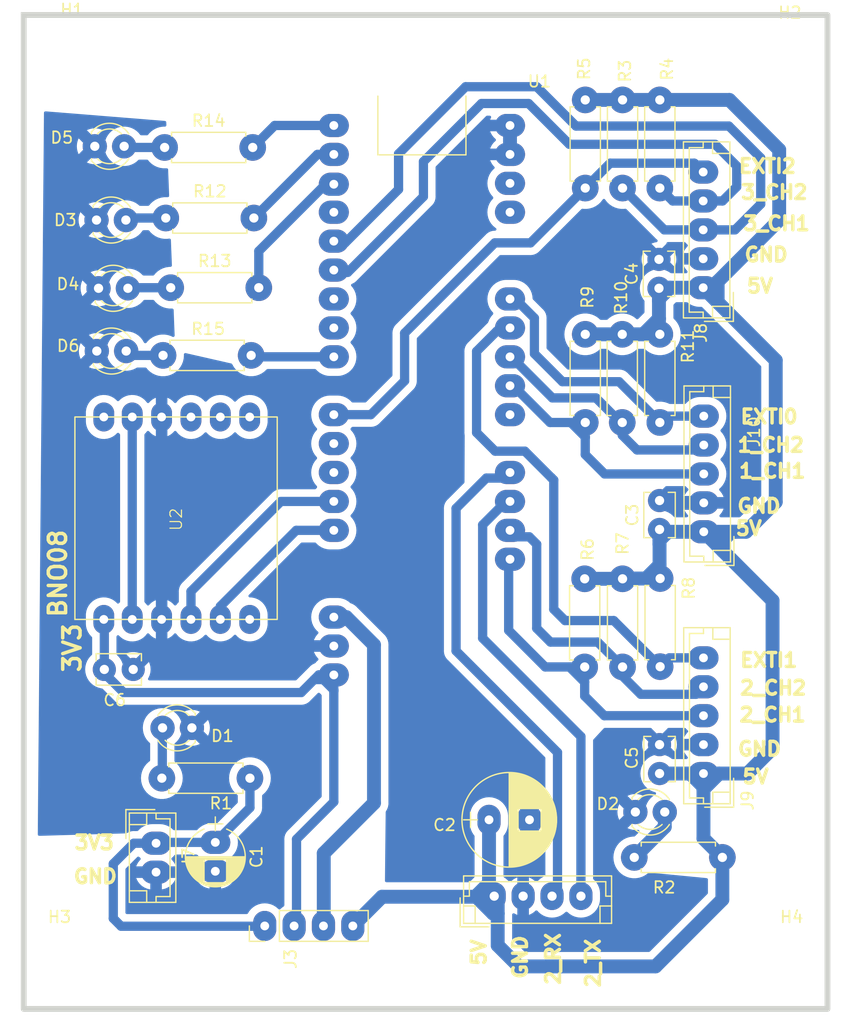
<source format=kicad_pcb>
(kicad_pcb (version 20221018) (generator pcbnew)
  (layers (0 "F.Cu" signal) (31 "B.Cu" signal) (34 "B.Paste" user) (35 "F.Paste" user) (36 "B.SilkS" user "B.Silkscreen") (37 "F.SilkS" user "F.Silkscreen") (38 "B.Mask" user) (39 "F.Mask" user) (44 "Edge.Cuts" user))
  (net 0 "")
  (net 13 "GND")
  (net 14 "/VIN5")
  (net 15 "/VIN3")
  (net 16 "/UART2_TX")
  (net 17 "/UART2_RX")
  (net 18 "/UART1_TX")
  (net 19 "/UART1_RX")
  (net 20 "/TM3_CH1")
  (net 21 "/TM1_CH1")
  (net 22 "/TIM_CH2")
  (net 23 "/TIM2_CH2")
  (net 24 "/TIM2_CH1")
  (net 25 "/TIM1_CH2")
  (net 26 "/LED_4")
  (net 27 "/LED_3")
  (net 28 "/LED_2")
  (net 29 "/LED_1")
  (net 30 "/L")
  (net 31 "/EXTI2")
  (net 32 "/EXTI1")
  (net 33 "/EXTI0")
  (net 34 "/E")
  (net 35 "/4")
  (net 36 "/3V3")
  (net 37 "/3")
  (net 38 "/2")
  (net 39 "/1")
  (net 40 "+5V")
  (net 41 "/3V0")
  (footprint "MountingHole:MountingHole_3.2mm_M3" (layer "F.Cu") (at 104.85 64.15)
    (fp_text reference "H1")
    (fp_text value "MountingHole")
  )
  (footprint "Connector_JST:JST_EH_B2B-EH-A_1x02_P2.50mm_Vertical" (layer "F.Cu") (at 112.125 132 -90)
    (fp_text reference "J7")
    (fp_text value "Conn_01x02_Pin")
  )
  (footprint "MY_LIB:Resistor_small" (layer "F.Cu") (at 155.7 88.005 -90)
    (fp_text reference "R11")
    (fp_text value "R")
  )
  (footprint "MY_LIB:Resistor_small" (layer "F.Cu") (at 149.2 109.14 -90)
    (fp_text reference "R6")
    (fp_text value "R")
  )
  (footprint "Connector_JST:JST_EH_B5B-EH-A_1x05_P2.50mm_Vertical" (layer "F.Cu") (at 159.45 83.975 90)
    (fp_text reference "J8")
    (fp_text value "Conn_01x05_Pin")
  )
  (footprint "MY_LIB:Capacitor_10uF" (layer "F.Cu") (at 117.25 131.925 -90)
    (fp_text reference "C1")
    (fp_text value "C")
  )
  (footprint "MY_LIB:Capacitor_Disc_Small" (layer "F.Cu") (at 107.65 116.975)
    (fp_text reference "C6")
    (fp_text value "C")
  )
  (footprint "Connector_JST:JST_EH_B5B-EH-A_1x05_P2.50mm_Vertical" (layer "F.Cu") (at 159.475 125.975 90)
    (fp_text reference "J9")
    (fp_text value "Conn_01x05_Pin")
  )
  (footprint "bno08:bno08" (layer "F.Cu") (at 101.365 104.07 90)
    (fp_text reference "U2")
    (fp_text value "~")
  )
  (footprint "MY_LIB:Capacitor_Disc_Small" (layer "F.Cu") (at 155.675 125.975 90)
    (fp_text reference "C5")
    (fp_text value "C")
  )
  (footprint "MY_LIB:LED_D3.0mm" (layer "F.Cu") (at 106.825 71.75)
    (fp_text reference "D5")
    (fp_text value "LED")
  )
  (footprint "MY_LIB:Resistor_small" (layer "F.Cu") (at 149.25 88.005 -90)
    (fp_text reference "R9")
    (fp_text value "R")
  )
  (footprint "MY_LIB:Resistor_small" (layer "F.Cu") (at 113.39 83.975)
    (fp_text reference "R13")
    (fp_text value "R")
  )
  (footprint "MountingHole:MountingHole_3.2mm_M3" (layer "F.Cu") (at 166.95 64.4)
    (fp_text reference "H2")
    (fp_text value "MountingHole")
  )
  (footprint "MY_LIB:Resistor_small" (layer "F.Cu") (at 112.865 71.85)
    (fp_text reference "R14")
    (fp_text value "R")
  )
  (footprint "MY_LIB:LED_D3.0mm" (layer "F.Cu") (at 107 89.45)
    (fp_text reference "D6")
    (fp_text value "LED")
  )
  (footprint "MY_LIB:Resistor_small" (layer "F.Cu") (at 153.49 133.225)
    (fp_text reference "R2")
    (fp_text value "R")
  )
  (footprint "MY_LIB:Resistor_small" (layer "F.Cu") (at 152.475 109.14 -90)
    (fp_text reference "R7")
    (fp_text value "R")
  )
  (footprint "MY_LIB:Resistor_small" (layer "F.Cu") (at 149.25 67.74 -90)
    (fp_text reference "R5")
    (fp_text value "R")
  )
  (footprint "MY_LIB:Resistor_small" (layer "F.Cu") (at 155.7 67.74 -90)
    (fp_text reference "R4")
    (fp_text value "R")
  )
  (footprint "MY_LIB:Resistor_small" (layer "F.Cu") (at 112.625 126.375)
    (fp_text reference "R1")
    (fp_text value "R")
  )
  (footprint "MY_LIB:Resistor_small" (layer "F.Cu") (at 152.475 67.74 -90)
    (fp_text reference "R3")
    (fp_text value "R")
  )
  (footprint "MY_LIB:Resistor_small" (layer "F.Cu") (at 112.965 77.95)
    (fp_text reference "R12")
    (fp_text value "R")
  )
  (footprint "MountingHole:MountingHole_3.2mm_M3" (layer "F.Cu") (at 167.1 142.575)
    (fp_text reference "H4")
    (fp_text value "MountingHole")
  )
  (footprint "MY_LIB:STM32_BLUEPLL_MOD" (layer "F.Cu") (at 127.5 69.95)
    (fp_text reference "U1")
    (fp_text value "BluePill")
  )
  (footprint "MY_LIB:LED_D3.0mm" (layer "F.Cu") (at 153.585 129.3)
    (fp_text reference "D2")
    (fp_text value "LED")
  )
  (footprint "MY_LIB:Resistor_small" (layer "F.Cu") (at 155.725 109.115 -90)
    (fp_text reference "R8")
    (fp_text value "R")
  )
  (footprint "MountingHole:MountingHole_3.2mm_M3" (layer "F.Cu") (at 103.775 142.575)
    (fp_text reference "H3")
    (fp_text value "MountingHole")
  )
  (footprint "Connector_PinHeader_2.54mm:PinHeader_1x04_P2.54mm_Vertical" (layer "F.Cu") (at 121.525 139.15 90)
    (fp_text reference "J3")
    (fp_text value "Conn_01x04_Pin")
  )
  (footprint "Connector_JST:JST_EH_B5B-EH-A_1x05_P2.50mm_Vertical" (layer "F.Cu") (at 159.5 105.075 90)
    (fp_text reference "J10")
    (fp_text value "Conn_01x05_Pin")
  )
  (footprint "MY_LIB:jst_4" (layer "F.Cu") (at 141.375 136.575)
    (fp_text reference "J6" hide)
    (fp_text value "Conn_01x04_Pin")
  )
  (footprint "MY_LIB:LED_D3.0mm" (layer "F.Cu") (at 106.975 78.125)
    (fp_text reference "D3")
    (fp_text value "LED")
  )
  (footprint "MY_LIB:Resistor_small" (layer "F.Cu") (at 152.45 88.005 -90)
    (fp_text reference "R10")
    (fp_text value "R")
  )
  (footprint "MY_LIB:LED_D3.0mm" (layer "F.Cu") (at 107.15 84.025)
    (fp_text reference "D4")
    (fp_text value "LED")
  )
  (footprint "MY_LIB:Capacitor_Disc_Small" (layer "F.Cu") (at 155.625 84.025 90)
    (fp_text reference "C4")
    (fp_text value "C")
  )
  (footprint "MY_LIB:Resistor_small" (layer "F.Cu") (at 112.73 89.825)
    (fp_text reference "R15")
    (fp_text value "R")
  )
  (footprint "MY_LIB:Capacitor_Disc_Small" (layer "F.Cu") (at 155.675 104.875 90)
    (fp_text reference "C3")
    (fp_text value "C")
  )
  (footprint "MY_LIB:Capacitor_100uF" (layer "F.Cu") (at 140.925 129.975)
    (fp_text reference "C2")
    (fp_text value "C")
  )
  (footprint "MY_LIB:LED_D3.0mm" (layer "F.Cu") (at 115.225 122.025 180)
    (fp_text reference "D1")
    (fp_text value "LED")
  )
  (gr_rect (start 100.675 60.4) (end 170.2 146.325) (stroke (width 0.5)) (fill none) (layer "Edge.Cuts"))
  (gr_text "5V" (at 162.7 126.95) (layer "F.SilkS") (effects (font (size 1.2 1.2) (thickness 0.3) bold) (justify left bottom)))
  (gr_text "BNO08" (at 104.5 112.625 90) (layer "F.SilkS") (effects (font (size 1.5 1.5) (thickness 0.3) bold) (justify left bottom)))
  (gr_text "GND" (at 162.3 124.55) (layer "F.SilkS") (effects (font (size 1.2 1.2) (thickness 0.3) bold) (justify left bottom)))
  (gr_text "GND" (at 162.25 103.55) (layer "F.SilkS") (effects (font (size 1.2 1.2) (thickness 0.3) bold) (justify left bottom)))
  (gr_text "1_CH1" (at 162.4 100.525) (layer "F.SilkS") (effects (font (size 1.2 1.2) (thickness 0.3) bold) (justify left bottom)))
  (gr_text "EXTI0" (at 162.525 95.825) (layer "F.SilkS") (effects (font (size 1.2 1.2) (thickness 0.3) bold) (justify left bottom)))
  (gr_text "5V" (at 140.75 142.725 90) (layer "F.SilkS") (effects (font (size 1.2 1.2) (thickness 0.3) bold) (justify left bottom)))
  (gr_text "5V" (at 163.075 84.525) (layer "F.SilkS") (effects (font (size 1.2 1.2) (thickness 0.3) bold) (justify left bottom)))
  (gr_text "3V3" (at 105.75 117.375 90) (layer "F.SilkS") (effects (font (size 1.5 1.5) (thickness 0.3) bold) (justify left bottom)))
  (gr_text "GND" (at 104.85 135.575) (layer "F.SilkS") (effects (font (size 1.2 1.2) (thickness 0.3) bold) (justify left bottom)))
  (gr_text "GND" (at 162.875 81.825) (layer "F.SilkS") (effects (font (size 1.2 1.2) (thickness 0.3) bold) (justify left bottom)))
  (gr_text "2_CH2\n" (at 162.475 119.275) (layer "F.SilkS") (effects (font (size 1.2 1.2) (thickness 0.3) bold) (justify left bottom)))
  (gr_text "1_CH2" (at 162.275 98.275) (layer "F.SilkS") (effects (font (size 1.2 1.2) (thickness 0.3) bold) (justify left bottom)))
  (gr_text "3_CH2" (at 162.575 76.425) (layer "F.SilkS") (effects (font (size 1.2 1.2) (thickness 0.3) bold) (justify left bottom)))
  (gr_text "3V3" (at 104.925 132.65) (layer "F.SilkS") (effects (font (size 1.2 1.2) (thickness 0.3) bold) (justify left bottom)))
  (gr_text "2_RX" (at 147.175 144.4 90) (layer "F.SilkS") (effects (font (size 1.2 1.2) (thickness 0.3) bold) (justify left bottom)))
  (gr_text "EXTI2" (at 162.375 74.175) (layer "F.SilkS") (effects (font (size 1.2 1.2) (thickness 0.3) bold) (justify left bottom)))
  (gr_text "GND" (at 144.325 143.875 90) (layer "F.SilkS") (effects (font (size 1.2 1.2) (thickness 0.3) bold) (justify left bottom)))
  (gr_text "2_TX" (at 150.625 144.625 90) (layer "F.SilkS") (effects (font (size 1.2 1.2) (thickness 0.3) bold) (justify left bottom)))
  (gr_text "3_CH1" (at 162.775 79.125) (layer "F.SilkS") (effects (font (size 1.2 1.2) (thickness 0.3) bold) (justify left bottom)))
  (gr_text "EXTI1" (at 162.5 116.875) (layer "F.SilkS") (effects (font (size 1.2 1.2) (thickness 0.3) bold) (justify left bottom)))
  (gr_text "5V" (at 162.11 105.485) (layer "F.SilkS") (effects (font (size 1.2 1.2) (thickness 0.3) bold) (justify left bottom)))
  (gr_text "2_CH1" (at 162.425 121.6) (layer "F.SilkS") (effects (font (size 1.2 1.2) (thickness 0.3) bold) (justify left bottom)))
  (segment (start 157.325 102.575) (end 156.975 102.225) (width 1.2) (layer "B.Cu") (net 13))
  (segment (start 155.825 102.225) (end 155.675 102.375) (width 1.2) (layer "B.Cu") (net 13))
  (segment (start 159.5 102.575) (end 157.325 102.575) (width 1.2) (layer "B.Cu") (net 13))
  (segment (start 142.74 69.95) (end 142.74 72.49) (width 1.2) (layer "B.Cu") (net 13))
  (segment (start 156.975 102.225) (end 155.825 102.225) (width 1.2) (layer "B.Cu") (net 13))
  (segment (start 130.975 128.525) (end 130.975 114.85) (width 1.2) (layer "B.Cu") (net 14))
  (segment (start 128.575 112.45) (end 127.5 112.45) (width 1.2) (layer "B.Cu") (net 14))
  (segment (start 126.63 132.87) (end 130.975 128.525) (width 1.2) (layer "B.Cu") (net 14))
  (segment (start 130.975 114.85) (end 128.575 112.45) (width 1.2) (layer "B.Cu") (net 14))
  (segment (start 126.63 139.125) (end 126.63 132.87) (width 1.2) (layer "B.Cu") (net 14))
  (segment (start 126.605 139.15) (end 126.63 139.125) (width 1.2) (layer "B.Cu") (net 14))
  (segment (start 124.675 118.975) (end 109.321572 118.975) (width 0.8) (layer "B.Cu") (net 15))
  (segment (start 125.8 117.85) (end 126.6 117.85) (width 0.8) (layer "B.Cu") (net 15))
  (segment (start 126.2 117.45) (end 125.8 117.85) (width 0.8) (layer "B.Cu") (net 15))
  (segment (start 126.2 117.45) (end 126.6875 117.9375) (width 0.8) (layer "B.Cu") (net 15))
  (segment (start 124.275 131.65) (end 127.5 128.425) (width 0.8) (layer "B.Cu") (net 15))
  (segment (start 107.65 116.975) (end 107.65 112.695) (width 0.8) (layer "B.Cu") (net 15))
  (segment (start 127.5 118.85) (end 127.5 117.45) (width 0.8) (layer "B.Cu") (net 15))
  (segment (start 127.5 118.75) (end 127.5 118.85) (width 0.8) (layer "B.Cu") (net 15))
  (segment (start 124.065 139.15) (end 124.275 138.94) (width 0.8) (layer "B.Cu") (net 15))
  (segment (start 107.65 112.695) (end 107.605 112.65) (width 0.8) (layer "B.Cu") (net 15))
  (segment (start 125.8 117.85) (end 124.675 118.975) (width 0.8) (layer "B.Cu") (net 15))
  (segment (start 107.65 117.303428) (end 107.65 116.975) (width 0.8) (layer "B.Cu") (net 15))
  (segment (start 124.275 138.94) (end 124.275 131.65) (width 0.8) (layer "B.Cu") (net 15))
  (segment (start 109.321572 118.975) (end 107.65 117.303428) (width 0.8) (layer "B.Cu") (net 15))
  (segment (start 126.6875 117.9375) (end 127.5 118.75) (width 0.8) (layer "B.Cu") (net 15))
  (segment (start 126.6 117.85) (end 126.6875 117.9375) (width 0.8) (layer "B.Cu") (net 15))
  (segment (start 127.5 117.45) (end 126.2 117.45) (width 0.8) (layer "B.Cu") (net 15))
  (segment (start 127.5 128.425) (end 127.5 118.85) (width 0.8) (layer "B.Cu") (net 15))
  (segment (start 148.875 122.775) (end 148.875 136.575) (width 0.8) (layer "B.Cu") (net 16))
  (segment (start 142.74 102.97) (end 141.88 102.97) (width 0.8) (layer "B.Cu") (net 16))
  (segment (start 141.88 102.97) (end 140.375 104.475) (width 0.8) (layer "B.Cu") (net 16))
  (segment (start 140.375 104.475) (end 140.375 114.275) (width 0.8) (layer "B.Cu") (net 16))
  (segment (start 140.375 114.275) (end 148.875 122.775) (width 0.8) (layer "B.Cu") (net 16))
  (segment (start 138.075 103.05) (end 138.075 115.375) (width 0.8) (layer "B.Cu") (net 17))
  (segment (start 146.85 136.1) (end 146.375 136.575) (width 0.8) (layer "B.Cu") (net 17))
  (segment (start 146.85 124.15) (end 146.85 136.1) (width 0.8) (layer "B.Cu") (net 17))
  (segment (start 142.74 100.43) (end 140.695 100.43) (width 0.8) (layer "B.Cu") (net 17))
  (segment (start 140.695 100.43) (end 138.075 103.05) (width 0.8) (layer "B.Cu") (net 17))
  (segment (start 138.075 115.375) (end 146.85 124.15) (width 0.8) (layer "B.Cu") (net 17))
  (segment (start 127.81 102.97) (end 127.5 102.97) (width 0.8) (layer "B.Cu") (net 18))
  (segment (start 127.715 102.97) (end 127.5 102.97) (width 0.8) (layer "B.Cu") (net 18))
  (segment (start 128.09 102.97) (end 127.5 102.97) (width 0.8) (layer "B.Cu") (net 18))
  (segment (start 127.605 102.8) (end 127.5 102.905) (width 0.8) (layer "B.Cu") (net 18))
  (segment (start 127.955 102.825) (end 127.81 102.97) (width 0.8) (layer "B.Cu") (net 18))
  (segment (start 127.88 102.805) (end 127.715 102.97) (width 0.8) (layer "B.Cu") (net 18))
  (segment (start 127.5 102.905) (end 127.5 102.97) (width 0.8) (layer "B.Cu") (net 18))
  (segment (start 122.925 102.45) (end 115.145 110.23) (width 0.8) (layer "B.Cu") (net 18))
  (segment (start 115.145 110.23) (end 115.145 112.65) (width 0.8) (layer "B.Cu") (net 18))
  (segment (start 128.23 102.83) (end 128.09 102.97) (width 0.8) (layer "B.Cu") (net 18))
  (segment (start 127.5 102.45) (end 122.925 102.45) (width 0.8) (layer "B.Cu") (net 18))
  (segment (start 127.33 102.8) (end 127.5 102.97) (width 0.8) (layer "B.Cu") (net 18))
  (segment (start 127.73 105.51) (end 127.5 105.51) (width 0.8) (layer "B.Cu") (net 19))
  (segment (start 127.5 104.95) (end 124.25 104.95) (width 0.8) (layer "B.Cu") (net 19))
  (segment (start 127.915 105.325) (end 127.73 105.51) (width 0.8) (layer "B.Cu") (net 19))
  (segment (start 117.685 111.515) (end 117.685 112.65) (width 0.8) (layer "B.Cu") (net 19))
  (segment (start 124.25 104.95) (end 117.685 111.515) (width 0.8) (layer "B.Cu") (net 19))
  (segment (start 127.5 105.365) (end 127.5 105.51) (width 0.8) (layer "B.Cu") (net 19))
  (segment (start 127.29 105.3) (end 127.5 105.51) (width 0.8) (layer "B.Cu") (net 19))
  (segment (start 128.19 105.33) (end 128.01 105.51) (width 0.8) (layer "B.Cu") (net 19))
  (segment (start 127.565 105.3) (end 127.5 105.365) (width 0.8) (layer "B.Cu") (net 19))
  (segment (start 128.01 105.51) (end 127.5 105.51) (width 0.8) (layer "B.Cu") (net 19))
  (segment (start 127.84 105.305) (end 127.635 105.51) (width 0.8) (layer "B.Cu") (net 19))
  (segment (start 127.635 105.51) (end 127.5 105.51) (width 0.8) (layer "B.Cu") (net 19))
  (segment (start 143.385 92.81) (end 142.74 92.81) (width 0.8) (layer "B.Cu") (net 20))
  (segment (start 149.25 95.625) (end 148 95.625) (width 0.8) (layer "B.Cu") (net 20))
  (segment (start 148 95.625) (end 146.2 95.625) (width 0.8) (layer "B.Cu") (net 20))
  (segment (start 146.2 95.625) (end 143.385 92.81) (width 0.8) (layer "B.Cu") (net 20))
  (segment (start 149.25 96.875) (end 149.25 96.95) (width 0.8) (layer "B.Cu") (net 20))
  (segment (start 149.25 96.95) (end 149.25 95.625) (width 0.8) (layer "B.Cu") (net 20))
  (segment (start 149.25 98.4) (end 149.25 96.95) (width 0.8) (layer "B.Cu") (net 20))
  (segment (start 150.925 100.075) (end 149.25 98.4) (width 0.8) (layer "B.Cu") (net 20))
  (segment (start 159.5 100.075) (end 150.925 100.075) (width 0.8) (layer "B.Cu") (net 20))
  (segment (start 148 95.625) (end 149.25 96.875) (width 0.8) (layer "B.Cu") (net 20))
  (segment (start 127.875 80.11) (end 127.5 80.11) (width 0.8) (layer "B.Cu") (net 21))
  (segment (start 127.97 80.11) (end 127.5 80.11) (width 0.8) (layer "B.Cu") (net 21))
  (segment (start 133.1 72.4) (end 133.1 75.475) (width 0.8) (layer "B.Cu") (net 21))
  (segment (start 128.465 80.11) (end 127.5 80.11) (width 0.8) (layer "B.Cu") (net 21))
  (segment (start 127.685 80.02) (end 127.595 80.11) (width 0.8) (layer "B.Cu") (net 21))
  (segment (start 128.035 80.045) (end 127.97 80.11) (width 0.8) (layer "B.Cu") (net 21))
  (segment (start 145.05 66.6) (end 138.9 66.6) (width 0.8) (layer "B.Cu") (net 21))
  (segment (start 128.25 80.11) (end 127.5 80.11) (width 0.8) (layer "B.Cu") (net 21))
  (segment (start 156.09 78.975) (end 152.475 75.36) (width 0.8) (layer "B.Cu") (net 21))
  (segment (start 128.31 80.05) (end 128.25 80.11) (width 0.8) (layer "B.Cu") (net 21))
  (segment (start 164.425 76.75) (end 164.425 72.75) (width 0.8) (layer "B.Cu") (net 21))
  (segment (start 161.675 70) (end 148.45 70) (width 0.8) (layer "B.Cu") (net 21))
  (segment (start 127.96 80.025) (end 127.875 80.11) (width 0.8) (layer "B.Cu") (net 21))
  (segment (start 159.45 78.975) (end 162.2 78.975) (width 0.8) (layer "B.Cu") (net 21))
  (segment (start 138.9 66.6) (end 133.1 72.4) (width 0.8) (layer "B.Cu") (net 21))
  (segment (start 162.2 78.975) (end 164.425 76.75) (width 0.8) (layer "B.Cu") (net 21))
  (segment (start 127.595 80.11) (end 127.5 80.11) (width 0.8) (layer "B.Cu") (net 21))
  (segment (start 148.45 70) (end 145.05 66.6) (width 0.8) (layer "B.Cu") (net 21))
  (segment (start 164.425 72.75) (end 161.675 70) (width 0.8) (layer "B.Cu") (net 21))
  (segment (start 133.1 75.475) (end 128.465 80.11) (width 0.8) (layer "B.Cu") (net 21))
  (segment (start 159.45 78.975) (end 156.09 78.975) (width 0.8) (layer "B.Cu") (net 21))
  (segment (start 143.17 90.27) (end 142.74 90.27) (width 0.8) (layer "B.Cu") (net 22))
  (segment (start 152.3 95.625) (end 150.175 93.5) (width 0.8) (layer "B.Cu") (net 22))
  (segment (start 150.175 93.5) (end 146.4 93.5) (width 0.8) (layer "B.Cu") (net 22))
  (segment (start 152.45 96.725) (end 152.45 95.625) (width 0.8) (layer "B.Cu") (net 22))
  (segment (start 159.075 98) (end 153.725 98) (width 0.8) (layer "B.Cu") (net 22))
  (segment (start 159.5 97.575) (end 159.075 98) (width 0.8) (layer "B.Cu") (net 22))
  (segment (start 153.725 98) (end 152.45 96.725) (width 0.8) (layer "B.Cu") (net 22))
  (segment (start 152.45 95.625) (end 152.3 95.625) (width 0.8) (layer "B.Cu") (net 22))
  (segment (start 146.4 93.5) (end 143.17 90.27) (width 0.8) (layer "B.Cu") (net 22))
  (segment (start 152.475 117.55) (end 152.475 116.76) (width 0.8) (layer "B.Cu") (net 23))
  (segment (start 159.475 118.475) (end 158.825 119.125) (width 0.8) (layer "B.Cu") (net 23))
  (segment (start 145.05 106.15) (end 144.41 105.51) (width 0.8) (layer "B.Cu") (net 23))
  (segment (start 158.825 119.125) (end 154.05 119.125) (width 0.8) (layer "B.Cu") (net 23))
  (segment (start 146.239898 114.61) (end 145.05 113.420102) (width 0.8) (layer "B.Cu") (net 23))
  (segment (start 145.05 113.420102) (end 145.05 106.15) (width 0.8) (layer "B.Cu") (net 23))
  (segment (start 144.41 105.51) (end 142.74 105.51) (width 0.8) (layer "B.Cu") (net 23))
  (segment (start 152.475 116.76) (end 150.325 114.61) (width 0.8) (layer "B.Cu") (net 23))
  (segment (start 154.05 119.125) (end 152.475 117.55) (width 0.8) (layer "B.Cu") (net 23))
  (segment (start 150.325 114.61) (end 146.239898 114.61) (width 0.8) (layer "B.Cu") (net 23))
  (segment (start 145.785 116.76) (end 142.625 113.6) (width 0.8) (layer "B.Cu") (net 24))
  (segment (start 147.9 116.76) (end 145.785 116.76) (width 0.8) (layer "B.Cu") (net 24))
  (segment (start 147.9 116.775) (end 149.2 118.075) (width 0.8) (layer "B.Cu") (net 24))
  (segment (start 142.625 113.6) (end 142.625 108.165) (width 0.8) (layer "B.Cu") (net 24))
  (segment (start 149.2 119.275) (end 149.2 118.075) (width 0.8) (layer "B.Cu") (net 24))
  (segment (start 149.2 116.76) (end 147.9 116.76) (width 0.8) (layer "B.Cu") (net 24))
  (segment (start 147.9 116.76) (end 147.9 116.775) (width 0.8) (layer "B.Cu") (net 24))
  (segment (start 149.2 118.075) (end 149.2 116.76) (width 0.8) (layer "B.Cu") (net 24))
  (segment (start 142.625 108.165) (end 142.74 108.05) (width 0.8) (layer "B.Cu") (net 24))
  (segment (start 150.9 120.975) (end 149.2 119.275) (width 0.8) (layer "B.Cu") (net 24))
  (segment (start 159.475 120.975) (end 150.9 120.975) (width 0.8) (layer "B.Cu") (net 24))
  (segment (start 127.795 82.65) (end 127.5 82.65) (width 0.8) (layer "B.Cu") (net 25))
  (segment (start 156.815 76.475) (end 155.7 75.36) (width 0.8) (layer "B.Cu") (net 25))
  (segment (start 127.92 82.525) (end 127.795 82.65) (width 0.8) (layer "B.Cu") (net 25))
  (segment (start 127.995 82.545) (end 127.89 82.65) (width 0.8) (layer "B.Cu") (net 25))
  (segment (start 162.35 75.25) (end 162.35 73.45) (width 0.8) (layer "B.Cu") (net 25))
  (segment (start 128.27 82.55) (end 128.17 82.65) (width 0.8) (layer "B.Cu") (net 25))
  (segment (start 127.89 82.65) (end 127.5 82.65) (width 0.8) (layer "B.Cu") (net 25))
  (segment (start 162.35 73.45) (end 160.475 71.575) (width 0.8) (layer "B.Cu") (net 25))
  (segment (start 159.45 76.475) (end 156.815 76.475) (width 0.8) (layer "B.Cu") (net 25))
  (segment (start 128.7 82.65) (end 127.5 82.65) (width 0.8) (layer "B.Cu") (net 25))
  (segment (start 127.515 82.65) (end 127.5 82.65) (width 0.8) (layer "B.Cu") (net 25))
  (segment (start 144.35 68.05) (end 140.275 68.05) (width 0.8) (layer "B.Cu") (net 25))
  (segment (start 127.645 82.52) (end 127.515 82.65) (width 0.8) (layer "B.Cu") (net 25))
  (segment (start 160.475 71.575) (end 147.875 71.575) (width 0.8) (layer "B.Cu") (net 25))
  (segment (start 159.45 76.475) (end 161.125 76.475) (width 0.8) (layer "B.Cu") (net 25))
  (segment (start 147.875 71.575) (end 144.35 68.05) (width 0.8) (layer "B.Cu") (net 25))
  (segment (start 135.25 73.075) (end 135.25 76.1) (width 0.8) (layer "B.Cu") (net 25))
  (segment (start 135.25 76.1) (end 128.7 82.65) (width 0.8) (layer "B.Cu") (net 25))
  (segment (start 128.17 82.65) (end 127.5 82.65) (width 0.8) (layer "B.Cu") (net 25))
  (segment (start 161.125 76.475) (end 162.35 75.25) (width 0.8) (layer "B.Cu") (net 25))
  (segment (start 140.275 68.05) (end 135.25 73.075) (width 0.8) (layer "B.Cu") (net 25))
  (segment (start 127.5 89.95) (end 120.475 89.95) (width 0.8) (layer "B.Cu") (net 26))
  (segment (start 120.475 89.95) (end 120.35 89.825) (width 0.8) (layer "B.Cu") (net 26))
  (segment (start 126.085 72.45) (end 120.585 77.95) (width 0.8) (layer "B.Cu") (net 27))
  (segment (start 127.5 72.45) (end 126.085 72.45) (width 0.8) (layer "B.Cu") (net 27))
  (segment (start 127.5 72.49) (end 127.47 72.52) (width 0.8) (layer "B.Cu") (net 27))
  (segment (start 127.5 75.03) (end 126.791573 75.03) (width 0.8) (layer "B.Cu") (net 28))
  (segment (start 127.5 75.03) (end 127.475 75.055) (width 0.8) (layer "B.Cu") (net 28))
  (segment (start 121.01 80.811573) (end 121.01 83.975) (width 0.8) (layer "B.Cu") (net 28))
  (segment (start 126.791573 75.03) (end 121.01 80.811573) (width 0.8) (layer "B.Cu") (net 28))
  (segment (start 127.475 75.055) (end 127.355 75.055) (width 0.8) (layer "B.Cu") (net 28))
  (segment (start 122.385 69.95) (end 120.485 71.85) (width 0.8) (layer "B.Cu") (net 29))
  (segment (start 127.5 69.95) (end 122.385 69.95) (width 0.8) (layer "B.Cu") (net 29))
  (segment (start 112.625 126.375) (end 112.665 126.335) (width 0.8) (layer "B.Cu") (net 30))
  (segment (start 112.665 122.045) (end 112.685 122.025) (width 0.8) (layer "B.Cu") (net 30))
  (segment (start 112.665 126.335) (end 112.665 122.045) (width 0.8) (layer "B.Cu") (net 30))
  (segment (start 159.45 73.975) (end 158.685 73.21) (width 0.8) (layer "B.Cu") (net 31))
  (segment (start 133.625 87.9) (end 133.625 92.025) (width 0.8) (layer "B.Cu") (net 31))
  (segment (start 127.33 95.355) (end 127.495 95.355) (width 0.8) (layer "B.Cu") (net 31))
  (segment (start 151.4 73.21) (end 149.25 75.36) (width 0.8) (layer "B.Cu") (net 31))
  (segment (start 141.425 80.1) (end 133.625 87.9) (width 0.8) (layer "B.Cu") (net 31))
  (segment (start 127.495 95.355) (end 127.5 95.35) (width 0.8) (layer "B.Cu") (net 31))
  (segment (start 149.25 75.36) (end 144.51 80.1) (width 0.8) (layer "B.Cu") (net 31))
  (segment (start 130.7 94.95) (end 127.5 94.95) (width 0.8) (layer "B.Cu") (net 31))
  (segment (start 158.685 73.21) (end 151.4 73.21) (width 0.8) (layer "B.Cu") (net 31))
  (segment (start 133.625 92.025) (end 130.7 94.95) (width 0.8) (layer "B.Cu") (net 31))
  (segment (start 127.68 95.38) (end 127.65 95.35) (width 0.8) (layer "B.Cu") (net 31))
  (segment (start 144.51 80.1) (end 141.425 80.1) (width 0.8) (layer "B.Cu") (net 31))
  (segment (start 127.65 95.35) (end 127.5 95.35) (width 0.8) (layer "B.Cu") (net 31))
  (segment (start 139.85 96.5) (end 139.85 89.475) (width 0.8) (layer "B.Cu") (net 32))
  (segment (start 156.51 115.975) (end 155.725 116.76) (width 0.8) (layer "B.Cu") (net 32))
  (segment (start 151.715 112.75) (end 147.5 112.75) (width 0.8) (layer "B.Cu") (net 32))
  (segment (start 147.5 112.75) (end 146.525 111.775) (width 0.8) (layer "B.Cu") (net 32))
  (segment (start 155.725 116.76) (end 151.715 112.75) (width 0.8) (layer "B.Cu") (net 32))
  (segment (start 141.595 87.73) (end 142.74 87.73) (width 0.8) (layer "B.Cu") (net 32))
  (segment (start 146.325 100.4) (end 146.318427 100.4) (width 0.8) (layer "B.Cu") (net 32))
  (segment (start 146.525 111.775) (end 146.525 100.6) (width 0.8) (layer "B.Cu") (net 32))
  (segment (start 139.85 89.475) (end 141.595 87.73) (width 0.8) (layer "B.Cu") (net 32))
  (segment (start 146.525 100.6) (end 146.325 100.4) (width 0.8) (layer "B.Cu") (net 32))
  (segment (start 159.475 115.975) (end 156.51 115.975) (width 0.8) (layer "B.Cu") (net 32))
  (segment (start 144.024213 98.105786) (end 141.455786 98.105786) (width 0.8) (layer "B.Cu") (net 32))
  (segment (start 141.455786 98.105786) (end 139.85 96.5) (width 0.8) (layer "B.Cu") (net 32))
  (segment (start 146.318427 100.4) (end 144.024213 98.105786) (width 0.8) (layer "B.Cu") (net 32))
  (segment (start 143.44 85.19) (end 144.85 86.6) (width 0.8) (layer "B.Cu") (net 33))
  (segment (start 144.85 89.675) (end 147.275 92.1) (width 0.8) (layer "B.Cu") (net 33))
  (segment (start 156.25 95.075) (end 155.7 95.625) (width 0.8) (layer "B.Cu") (net 33))
  (segment (start 152.175 92.1) (end 155.7 95.625) (width 0.8) (layer "B.Cu") (net 33))
  (segment (start 144.85 86.6) (end 144.85 89.675) (width 0.8) (layer "B.Cu") (net 33))
  (segment (start 147.275 92.1) (end 152.175 92.1) (width 0.8) (layer "B.Cu") (net 33))
  (segment (start 142.74 85.19) (end 143.44 85.19) (width 0.8) (layer "B.Cu") (net 33))
  (segment (start 159.5 95.075) (end 156.25 95.075) (width 0.8) (layer "B.Cu") (net 33))
  (segment (start 153.49 133.225) (end 156.125 130.59) (width 1.2) (layer "B.Cu") (net 34))
  (segment (start 156.125 130.59) (end 156.125 129.3) (width 1.2) (layer "B.Cu") (net 34))
  (segment (start 112.73 89.825) (end 109.915 89.825) (width 0.8) (layer "B.Cu") (net 35))
  (segment (start 109.915 89.825) (end 109.54 89.45) (width 0.8) (layer "B.Cu") (net 35))
  (segment (start 120.245 128.93) (end 120.245 126.375) (width 0.8) (layer "B.Cu") (net 36))
  (segment (start 117.25 131.925) (end 120.245 128.93) (width 0.8) (layer "B.Cu") (net 36))
  (segment (start 110.2 132) (end 108.425 133.775) (width 0.8) (layer "B.Cu") (net 36))
  (segment (start 108.425 133.775) (end 108.425 138.5) (width 0.8) (layer "B.Cu") (net 36))
  (segment (start 109.1 139.175) (end 121.5 139.175) (width 0.8) (layer "B.Cu") (net 36))
  (segment (start 112.125 132) (end 112.2 131.925) (width 0.8) (layer "B.Cu") (net 36))
  (segment (start 108.425 138.5) (end 109.1 139.175) (width 0.8) (layer "B.Cu") (net 36))
  (segment (start 112.125 132) (end 110.2 132) (width 0.8) (layer "B.Cu") (net 36))
  (segment (start 112.2 131.925) (end 117.25 131.925) (width 0.8) (layer "B.Cu") (net 36))
  (segment (start 121.5 139.175) (end 121.525 139.15) (width 0.8) (layer "B.Cu") (net 36))
  (segment (start 112.965 77.95) (end 109.69 77.95) (width 0.8) (layer "B.Cu") (net 37))
  (segment (start 109.69 77.95) (end 109.515 78.125) (width 0.8) (layer "B.Cu") (net 37))
  (segment (start 109.74 83.975) (end 109.69 84.025) (width 0.8) (layer "B.Cu") (net 38))
  (segment (start 113.39 83.975) (end 109.74 83.975) (width 0.8) (layer "B.Cu") (net 38))
  (segment (start 109.465 71.85) (end 109.365 71.75) (width 0.8) (layer "B.Cu") (net 39))
  (segment (start 112.865 71.85) (end 109.465 71.85) (width 0.8) (layer "B.Cu") (net 39))
  (segment (start 159.45 83.975) (end 156.575 83.975) (width 1.2) (layer "B.Cu") (net 40))
  (segment (start 155.875 105.075) (end 155.675 104.875) (width 1.2) (layer "B.Cu") (net 40))
  (segment (start 160.7 106.275) (end 161.25 105.725) (width 1.2) (layer "B.Cu") (net 40))
  (segment (start 140.925 135.45) (end 140.925 136.125) (width 1.2) (layer "B.Cu") (net 40))
  (segment (start 154.5 109.115) (end 152.5 109.115) (width 1.2) (layer "B.Cu") (net 40))
  (segment (start 139.825 136.55) (end 140.925 135.45) (width 1.2) (layer "B.Cu") (net 40))
  (segment (start 154.51 109.115) (end 155.675 107.95) (width 1.2) (layer "B.Cu") (net 40))
  (segment (start 163.15 105.075) (end 165.725 102.5) (width 1.2) (layer "B.Cu") (net 40))
  (segment (start 160.7375 85.2625) (end 159.45 83.975) (width 1.2) (layer "B.Cu") (net 40))
  (segment (start 161.9 105.075) (end 162.225 105.075) (width 1.2) (layer "B.Cu") (net 40))
  (segment (start 161.11 136.865) (end 161.11 133.225) (width 1.2) (layer "B.Cu") (net 40))
  (segment (start 155.725 109.115) (end 154.5 109.115) (width 1.2) (layer "B.Cu") (net 40))
  (segment (start 161.25 105.725) (end 161.175 105.8) (width 1.2) (layer "B.Cu") (net 40))
  (segment (start 159.475 127.325) (end 159.475 125.975) (width 1.2) (layer "B.Cu") (net 40))
  (segment (start 155.625 85.1) (end 155.625 84.925) (width 1.2) (layer "B.Cu") (net 40))
  (segment (start 152.5 109.115) (end 152.475 109.14) (width 1.2) (layer "B.Cu") (net 40))
  (segment (start 154.45 88.005) (end 152.45 88.005) (width 1.2) (layer "B.Cu") (net 40))
  (segment (start 166.025 72.05) (end 161.715 67.74) (width 1.2) (layer "B.Cu") (net 40))
  (segment (start 141.675 140.825) (end 143.5 142.65) (width 1.2) (layer "B.Cu") (net 40))
  (segment (start 159.475 127.325) (end 159.475 127.125) (width 1.2) (layer "B.Cu") (net 40))
  (segment (start 159.45 83.975) (end 160.175 83.975) (width 1.2) (layer "B.Cu") (net 40))
  (segment (start 160.7 85.225) (end 160.7 83.45) (width 1.2) (layer "B.Cu") (net 40))
  (segment (start 161.175 105.8) (end 161.175 106.75) (width 1.2) (layer "B.Cu") (net 40))
  (segment (start 131.67 136.625) (end 139.825 136.625) (width 1.2) (layer "B.Cu") (net 40))
  (segment (start 159.475 127.325) (end 160.825 125.975) (width 1.2) (layer "B.Cu") (net 40))
  (segment (start 141.675 136.875) (end 141.675 138.075) (width 1.2) (layer "B.Cu") (net 40))
  (segment (start 159.475 127.125) (end 158.325 125.975) (width 1.2) (layer "B.Cu") (net 40))
  (segment (start 158.325 125.975) (end 155.675 125.975) (width 1.2) (layer "B.Cu") (net 40))
  (segment (start 160.7 83.45) (end 166.025 78.125) (width 1.2) (layer "B.Cu") (net 40))
  (segment (start 156.4 105.075) (end 155.875 105.075) (width 1.2) (layer "B.Cu") (net 40))
  (segment (start 154.45 88.005) (end 154.45 87.825) (width 1.2) (layer "B.Cu") (net 40))
  (segment (start 155.675 106.15) (end 155.675 107.95) (width 1.2) (layer "B.Cu") (net 40))
  (segment (start 159.5 105.075) (end 156.4 105.075) (width 1.2) (layer "B.Cu") (net 40))
  (segment (start 152.475 109.14) (end 149.2 109.14) (width 1.2) (layer "B.Cu") (net 40))
  (segment (start 160.875 125.975) (end 163.275 125.975) (width 1.2) (layer "B.Cu") (net 40))
  (segment (start 154.5 109.115) (end 154.51 109.115) (width 1.2) (layer "B.Cu") (net 40))
  (segment (start 155.625 84.025) (end 155.625 85.1) (width 1.2) (layer "B.Cu") (net 40))
  (segment (start 160.7 106.275) (end 159.5 105.075) (width 1.2) (layer "B.Cu") (net 40))
  (segment (start 161.25 105.725) (end 161.9 105.075) (width 1.2) (layer "B.Cu") (net 40))
  (segment (start 165.725 102.5) (end 165.725 90.25) (width 1.2) (layer "B.Cu") (net 40))
  (segment (start 155.625 85.1) (end 155.625 86.65) (width 1.2) (layer "B.Cu") (net 40))
  (segment (start 155.675 107.95) (end 155.675 109.065) (width 1.2) (layer "B.Cu") (net 40))
  (segment (start 165.725 90.25) (end 160.7375 85.2625) (width 1.2) (layer "B.Cu") (net 40))
  (segment (start 160.825 125.975) (end 160.875 125.975) (width 1.2) (layer "B.Cu") (net 40))
  (segment (start 154.45 87.825) (end 155.625 86.65) (width 1.2) (layer "B.Cu") (net 40))
  (segment (start 165.45 123.8) (end 165.45 111.025) (width 1.2) (layer "B.Cu") (net 40))
  (segment (start 156.575 83.975) (end 155.675 83.975) (width 1.2) (layer "B.Cu") (net 40))
  (segment (start 155.675 104.875) (end 155.675 106.15) (width 1.2) (layer "B.Cu") (net 40))
  (segment (start 155.325 142.65) (end 161.11 136.865) (width 1.2) (layer "B.Cu") (net 40))
  (segment (start 159.475 125.975) (end 158.325 125.975) (width 1.2) (layer "B.Cu") (net 40))
  (segment (start 155.625 86.65) (end 155.625 87.93) (width 1.2) (layer "B.Cu") (net 40))
  (segment (start 141.675 138.075) (end 141.675 140.825) (width 1.2) (layer "B.Cu") (net 40))
  (segment (start 159.5 105.075) (end 162.225 105.075) (width 1.2) (layer "B.Cu") (net 40))
  (segment (start 155.675 105.8) (end 156.4 105.075) (width 1.2) (layer "B.Cu") (net 40))
  (segment (start 140.925 136.125) (end 141.675 136.875) (width 1.2) (layer "B.Cu") (net 40))
  (segment (start 155.675 109.065) (end 155.725 109.115) (width 1.2) (layer "B.Cu") (net 40))
  (segment (start 152.475 67.74) (end 149.25 67.74) (width 1.2) (layer "B.Cu") (net 40))
  (segment (start 160.7375 85.2625) (end 160.7 85.225) (width 1.2) (layer "B.Cu") (net 40))
  (segment (start 141.675 138.075) (end 141.275 138.075) (width 1.2) (layer "B.Cu") (net 40))
  (segment (start 159.475 131.59) (end 159.475 127.325) (width 1.2) (layer "B.Cu") (net 40))
  (segment (start 152.45 88.005) (end 149.25 88.005) (width 1.2) (layer "B.Cu") (net 40))
  (segment (start 143.5 142.65) (end 155.325 142.65) (width 1.2) (layer "B.Cu") (net 40))
  (segment (start 141.275 138.075) (end 139.825 136.625) (width 1.2) (layer "B.Cu") (net 40))
  (segment (start 129.145 139.15) (end 131.67 136.625) (width 1.2) (layer "B.Cu") (net 40))
  (segment (start 162.225 105.075) (end 163.15 105.075) (width 1.2) (layer "B.Cu") (net 40))
  (segment (start 160.175 83.975) (end 160.7 83.45) (width 1.2) (layer "B.Cu") (net 40))
  (segment (start 159.475 125.975) (end 160.875 125.975) (width 1.2) (layer "B.Cu") (net 40))
  (segment (start 139.825 136.625) (end 141.325 136.625) (width 1.2) (layer "B.Cu") (net 40))
  (segment (start 163.275 125.975) (end 165.45 123.8) (width 1.2) (layer "B.Cu") (net 40))
  (segment (start 141.325 136.625) (end 141.375 136.575) (width 1.2) (layer "B.Cu") (net 40))
  (segment (start 155.625 87.93) (end 155.7 88.005) (width 1.2) (layer "B.Cu") (net 40))
  (segment (start 155.675 106.15) (end 155.675 105.8) (width 1.2) (layer "B.Cu") (net 40))
  (segment (start 155.7 88.005) (end 154.45 88.005) (width 1.2) (layer "B.Cu") (net 40))
  (segment (start 166.025 78.125) (end 166.025 72.05) (width 1.2) (layer "B.Cu") (net 40))
  (segment (start 161.715 67.74) (end 155.7 67.74) (width 1.2) (layer "B.Cu") (net 40))
  (segment (start 140.925 129.975) (end 140.925 135.45) (width 1.2) (layer "B.Cu") (net 40))
  (segment (start 165.45 111.025) (end 161.175 106.75) (width 1.2) (layer "B.Cu") (net 40))
  (segment (start 139.825 136.625) (end 139.825 136.55) (width 1.2) (layer "B.Cu") (net 40))
  (segment (start 155.7 67.74) (end 152.475 67.74) (width 1.2) (layer "B.Cu") (net 40))
  (segment (start 155.625 84.925) (end 156.575 83.975) (width 1.2) (layer "B.Cu") (net 40))
  (segment (start 161.175 106.75) (end 160.7 106.275) (width 1.2) (layer "B.Cu") (net 40))
  (segment (start 155.675 83.975) (end 155.625 84.025) (width 1.2) (layer "B.Cu") (net 40))
  (segment (start 161.11 133.225) (end 159.475 131.59) (width 1.2) (layer "B.Cu") (net 40))
  (segment (start 110.065 112.65) (end 110.065 95.15) (width 0.8) (layer "B.Cu") (net 41))
  (zone (net 0) (net_name "") (layer "B.Cu") (connect_pads (clearance 0)) (min_thickness 0.25)
    (keepout (tracks allowed) (vias allowed) (pads allowed) (copperpour not_allowed) (footprints allowed))
    (fill (thermal_gap 0.5) (thermal_bridge_width 0.5))
    (polygon (pts (xy 128.075 113.15) (xy 128.05 117.825) (xy 131.425 116.375)))
  )
  (zone (net 0) (net_name "") (layer "B.Cu") (connect_pads (clearance 0)) (min_thickness 0.25)
    (keepout (tracks allowed) (vias allowed) (pads allowed) (copperpour not_allowed) (footprints allowed))
    (fill (thermal_gap 0.5) (thermal_bridge_width 0.5))
    (polygon (pts (xy 101.473527 134.926715) (xy 114.451527 131.007481) (xy 100.351527 131.407481)))
  )
  (zone (net 0) (net_name "") (layer "B.Cu") (connect_pads (clearance 0)) (min_thickness 0.25)
    (keepout (tracks allowed) (vias allowed) (pads allowed) (copperpour not_allowed) (footprints allowed))
    (fill (thermal_gap 0.5) (thermal_bridge_width 0.5))
    (polygon (pts (xy 154.9 105.35) (xy 155.725 100.325) (xy 150.051751 100.523431)))
  )
  (zone (net 0) (net_name "") (layer "B.Cu") (connect_pads (clearance 0)) (min_thickness 0.25)
    (keepout (tracks allowed) (vias allowed) (pads allowed) (copperpour not_allowed) (footprints allowed))
    (fill (thermal_gap 0.5) (thermal_bridge_width 0.5))
    (polygon (pts (xy 116.873292 67.138051) (xy 102.225 68.7) (xy 127.175 70.7)))
  )
  (zone (net 0) (net_name "") (layer "B.Cu") (connect_pads (clearance 0)) (min_thickness 0.25)
    (keepout (tracks allowed) (vias allowed) (pads allowed) (copperpour not_allowed) (footprints allowed))
    (fill (thermal_gap 0.5) (thermal_bridge_width 0.5))
    (polygon (pts (xy 138.825 95.925) (xy 138.8 101.675) (xy 141.15 97.35)))
  )
  (zone (net 0) (net_name "") (layer "B.Cu") (connect_pads (clearance 0)) (min_thickness 0.25)
    (keepout (tracks allowed) (vias allowed) (pads allowed) (copperpour not_allowed) (footprints allowed))
    (fill (thermal_gap 0.5) (thermal_bridge_width 0.5))
    (polygon (pts (xy 142.775 68.2) (xy 142.95 75.275) (xy 145.575 75.2) (xy 145.575 68.125)))
  )
  (zone (net 0) (net_name "") (layer "B.Cu") (connect_pads (clearance 0)) (min_thickness 0.25)
    (keepout (tracks allowed) (vias allowed) (pads allowed) (copperpour not_allowed) (footprints allowed))
    (fill (thermal_gap 0.5) (thermal_bridge_width 0.5))
    (polygon (pts (xy 159.3 121.325) (xy 159.325 125.875) (xy 164.75 123.875)))
  )
  (zone (net 0) (net_name "") (layer "B.Cu") (connect_pads (clearance 0)) (min_thickness 0.25)
    (keepout (tracks allowed) (vias allowed) (pads allowed) (copperpour not_allowed) (footprints allowed))
    (fill (thermal_gap 0.5) (thermal_bridge_width 0.5))
    (polygon (pts (xy 132 127.9) (xy 123.875 137.625) (xy 131.875 140.1)))
  )
  (zone (net 0) (net_name "") (layer "B.Cu") (connect_pads (clearance 0)) (min_thickness 0.25)
    (keepout (tracks allowed) (vias allowed) (pads allowed) (copperpour not_allowed) (footprints allowed))
    (fill (thermal_gap 0.5) (thermal_bridge_width 0.5))
    (polygon (pts (xy 156.225 126.5) (xy 153.65 134.425) (xy 160.9 135.125)))
  )
  (zone (net 0) (net_name "") (layer "B.Cu") (connect_pads (clearance 0)) (min_thickness 0.25)
    (keepout (tracks allowed) (vias allowed) (pads allowed) (copperpour not_allowed) (footprints allowed))
    (fill (thermal_gap 0.5) (thermal_bridge_width 0.5))
    (polygon (pts (xy 151.675 121.175) (xy 143.1 119.65) (xy 149.15 123.9)))
  )
  (zone (net 0) (net_name "") (layer "B.Cu") (connect_pads (clearance 0)) (min_thickness 0.25)
    (keepout (tracks allowed) (vias allowed) (pads allowed) (copperpour not_allowed) (footprints allowed))
    (fill (thermal_gap 0.5) (thermal_bridge_width 0.5))
    (polygon (pts (xy 120.709289 90.997886) (xy 113 69.45) (xy 113.784289 89.422886)))
  )
  (zone (net 13) (net_name "GND") (layer "B.Cu") (connect_pads (clearance 0.65)) (min_thickness 0.25) (fill yes (thermal_gap 0.5) (thermal_bridge_width 1))
    (polygon (pts (xy 107.448178 60.599948) (xy 168.998178 61.049948) (xy 168.298178 145.374948) (xy 101.773178 145.324948) (xy 102.498178 60.849948)))
  )
)
</source>
